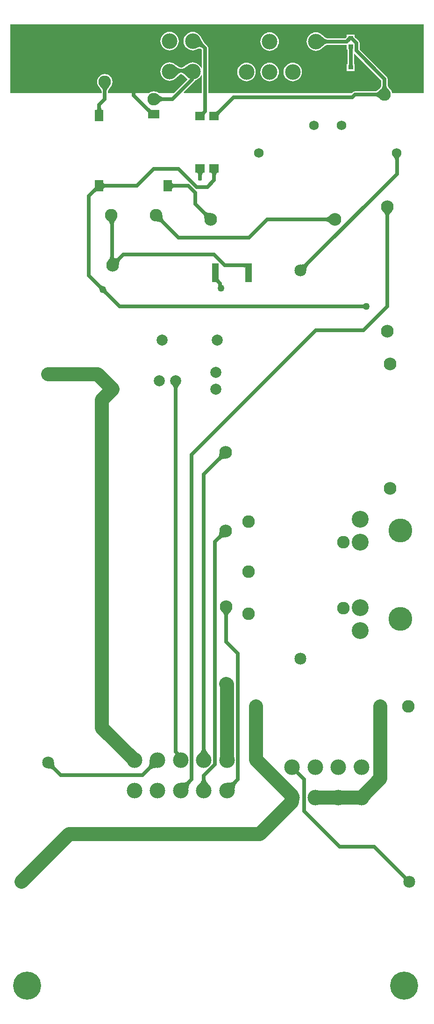
<source format=gtl>
G04*
G04 #@! TF.GenerationSoftware,Altium Limited,Altium Designer,22.3.1 (43)*
G04*
G04 Layer_Physical_Order=1*
G04 Layer_Color=255*
%FSLAX24Y24*%
%MOIN*%
G70*
G04*
G04 #@! TF.SameCoordinates,61A4D5B3-3B2A-409B-9F35-3F3BF520A47B*
G04*
G04*
G04 #@! TF.FilePolarity,Positive*
G04*
G01*
G75*
%ADD17R,0.0701X0.0598*%
%ADD18R,0.0354X0.0276*%
%ADD19R,0.0492X0.1319*%
%ADD20R,0.0800X0.0600*%
%ADD21R,0.0600X0.0800*%
%ADD38C,0.1000*%
%ADD39C,0.0250*%
%ADD40C,0.0850*%
%ADD41C,0.0906*%
%ADD42C,0.1110*%
%ADD43C,0.0691*%
%ADD44C,0.1200*%
%ADD45C,0.0787*%
%ADD46C,0.2000*%
%ADD47C,0.0500*%
%ADD48C,0.0900*%
%ADD49C,0.1700*%
%ADD50C,0.0310*%
G36*
X29021Y82177D02*
X29015Y82179D01*
X29007Y82176D01*
X28994Y82169D01*
X28978Y82157D01*
X28959Y82141D01*
X28879Y82069D01*
X28808Y81999D01*
X28632Y82176D01*
X28668Y82213D01*
X28801Y82362D01*
X28808Y82375D01*
X28811Y82383D01*
X28809Y82389D01*
X29021Y82177D01*
D02*
G37*
G36*
X26948Y82408D02*
X27048Y82324D01*
X27097Y82290D01*
X27145Y82261D01*
X27192Y82237D01*
X27239Y82219D01*
X27285Y82206D01*
X27330Y82198D01*
X27374Y82195D01*
Y81945D01*
X27330Y81942D01*
X27285Y81934D01*
X27239Y81921D01*
X27192Y81903D01*
X27145Y81879D01*
X27097Y81850D01*
X27048Y81816D01*
X26998Y81776D01*
X26948Y81732D01*
X26896Y81681D01*
Y82458D01*
X26948Y82408D01*
D02*
G37*
G36*
X18247Y82271D02*
X18430Y81950D01*
X18456Y81915D01*
X18503Y81860D01*
X18426Y81583D01*
X18390Y81616D01*
X18351Y81642D01*
X18311Y81661D01*
X18269Y81674D01*
X18226Y81680D01*
X18180Y81680D01*
X18133Y81674D01*
X18084Y81661D01*
X18034Y81641D01*
X17982Y81615D01*
X18212Y82342D01*
X18247Y82271D01*
D02*
G37*
G36*
X29151Y81583D02*
X29142Y81576D01*
X29134Y81563D01*
X29128Y81546D01*
X29122Y81523D01*
X29117Y81496D01*
X29114Y81463D01*
X29110Y81383D01*
X29109Y81336D01*
X28859D01*
X28859Y81383D01*
X28851Y81496D01*
X28847Y81523D01*
X28841Y81546D01*
X28834Y81563D01*
X28827Y81576D01*
X28818Y81583D01*
X28808Y81586D01*
X29160D01*
X29151Y81583D01*
D02*
G37*
G36*
X29110Y80552D02*
X29117Y80439D01*
X29122Y80412D01*
X29128Y80389D01*
X29134Y80372D01*
X29142Y80359D01*
X29151Y80352D01*
X29160Y80349D01*
X28808D01*
X28818Y80352D01*
X28827Y80359D01*
X28834Y80372D01*
X28841Y80389D01*
X28847Y80412D01*
X28851Y80439D01*
X28855Y80472D01*
X28859Y80552D01*
X28859Y80599D01*
X29109D01*
X29110Y80552D01*
D02*
G37*
G36*
X17281Y79580D02*
X17237Y79633D01*
X17192Y79680D01*
X17147Y79721D01*
X17101Y79757D01*
X17056Y79788D01*
X17011Y79813D01*
X16966Y79832D01*
X16920Y79846D01*
X16888Y79852D01*
X16855Y79846D01*
X16809Y79832D01*
X16764Y79813D01*
X16719Y79788D01*
X16674Y79757D01*
X16628Y79721D01*
X16583Y79680D01*
X16538Y79633D01*
X16494Y79580D01*
X16421Y80354D01*
X16478Y80307D01*
X16588Y80228D01*
X16641Y80196D01*
X16692Y80169D01*
X16741Y80147D01*
X16789Y80129D01*
X16835Y80117D01*
X16879Y80110D01*
X16888Y80109D01*
X16896Y80110D01*
X16940Y80117D01*
X16986Y80129D01*
X17034Y80147D01*
X17083Y80169D01*
X17134Y80196D01*
X17187Y80228D01*
X17297Y80307D01*
X17354Y80354D01*
X17281Y79580D01*
D02*
G37*
G36*
X31527Y78963D02*
X31533Y78925D01*
X31542Y78886D01*
X31555Y78848D01*
X31572Y78810D01*
X31593Y78772D01*
X31618Y78734D01*
X31647Y78696D01*
X31679Y78659D01*
X31715Y78621D01*
X31085D01*
X31121Y78659D01*
X31153Y78696D01*
X31182Y78734D01*
X31207Y78772D01*
X31228Y78810D01*
X31245Y78848D01*
X31258Y78886D01*
X31267Y78925D01*
X31273Y78963D01*
X31275Y79002D01*
X31525D01*
X31527Y78963D01*
D02*
G37*
G36*
X11722Y78841D02*
X11689Y78804D01*
X11661Y78766D01*
X11636Y78728D01*
X11615Y78690D01*
X11598Y78652D01*
X11585Y78614D01*
X11575Y78575D01*
X11570Y78537D01*
X11568Y78498D01*
X11318D01*
X11316Y78537D01*
X11310Y78575D01*
X11301Y78614D01*
X11287Y78652D01*
X11270Y78690D01*
X11249Y78728D01*
X11225Y78766D01*
X11196Y78804D01*
X11164Y78841D01*
X11128Y78879D01*
X11758D01*
X11722Y78841D01*
D02*
G37*
G36*
X34200Y78400D02*
X31942D01*
X31936Y78444D01*
X31880Y78577D01*
X31792Y78692D01*
X31777Y78704D01*
X31754Y78727D01*
X31726Y78760D01*
X31702Y78793D01*
X31681Y78824D01*
X31664Y78855D01*
X31650Y78886D01*
X31640Y78915D01*
X31633Y78944D01*
X31629Y78967D01*
Y79400D01*
X31612Y79488D01*
X31562Y79562D01*
X29616Y81509D01*
Y81953D01*
X29598Y82041D01*
X29549Y82115D01*
X29379Y82285D01*
X29369Y82292D01*
X29261Y82399D01*
Y82551D01*
X28707D01*
Y82410D01*
X28619Y82312D01*
X28607Y82299D01*
X27339D01*
X27308Y82305D01*
X27272Y82315D01*
X27234Y82330D01*
X27194Y82350D01*
X27152Y82375D01*
X27110Y82405D01*
X27016Y82484D01*
X26973Y82526D01*
X26965Y82535D01*
X26866Y82617D01*
X26752Y82678D01*
X26628Y82716D01*
X26500Y82728D01*
X26372Y82716D01*
X26248Y82678D01*
X26134Y82617D01*
X26035Y82535D01*
X25953Y82436D01*
X25892Y82322D01*
X25854Y82198D01*
X25842Y82070D01*
X25854Y81942D01*
X25892Y81818D01*
X25953Y81704D01*
X26035Y81605D01*
X26134Y81523D01*
X26248Y81462D01*
X26372Y81424D01*
X26500Y81412D01*
X26628Y81424D01*
X26752Y81462D01*
X26866Y81523D01*
X26965Y81605D01*
X26973Y81614D01*
X27017Y81657D01*
X27064Y81698D01*
X27109Y81734D01*
X27152Y81765D01*
X27194Y81790D01*
X27234Y81810D01*
X27272Y81825D01*
X27308Y81835D01*
X27339Y81841D01*
X28702D01*
X28707Y81837D01*
Y81589D01*
X28706Y81586D01*
X28707Y81582D01*
Y81484D01*
X28750D01*
X28750Y81484D01*
X28755Y81408D01*
Y80516D01*
X28753Y80480D01*
X28750Y80453D01*
X28750Y80451D01*
X28707D01*
Y80353D01*
X28706Y80349D01*
X28707Y80346D01*
Y79975D01*
X29261D01*
Y80346D01*
X29262Y80349D01*
X29261Y80353D01*
Y80451D01*
X29219D01*
X29219Y80451D01*
X29214Y80527D01*
Y81191D01*
X29264Y81212D01*
X31171Y79305D01*
Y78967D01*
X31167Y78944D01*
X31160Y78915D01*
X31150Y78886D01*
X31136Y78855D01*
X31119Y78824D01*
X31098Y78793D01*
X31074Y78760D01*
X31046Y78727D01*
X31023Y78704D01*
X31008Y78692D01*
X30996Y78677D01*
X30973Y78654D01*
X30940Y78626D01*
X30907Y78602D01*
X30876Y78581D01*
X30845Y78564D01*
X30814Y78550D01*
X30785Y78540D01*
X30756Y78533D01*
X30733Y78529D01*
X29300D01*
X29212Y78512D01*
X29138Y78462D01*
X29076Y78400D01*
X18834D01*
Y81581D01*
X18817Y81669D01*
X18767Y81743D01*
X18556Y81954D01*
X18536Y81978D01*
X18516Y82006D01*
X18337Y82318D01*
X18303Y82387D01*
X18303Y82388D01*
X18302Y82389D01*
X18297Y82396D01*
X18260Y82466D01*
X18178Y82565D01*
X18078Y82647D01*
X17964Y82708D01*
X17841Y82746D01*
X17713Y82758D01*
X17584Y82746D01*
X17461Y82708D01*
X17347Y82647D01*
X17247Y82565D01*
X17165Y82466D01*
X17104Y82352D01*
X17067Y82228D01*
X17054Y82100D01*
X17067Y81972D01*
X17104Y81848D01*
X17165Y81734D01*
X17247Y81635D01*
X17347Y81553D01*
X17461Y81492D01*
X17584Y81454D01*
X17713Y81442D01*
X17841Y81454D01*
X17964Y81492D01*
X18019Y81521D01*
X18027Y81523D01*
X18075Y81548D01*
X18116Y81564D01*
X18154Y81574D01*
X18188Y81578D01*
X18218Y81578D01*
X18247Y81574D01*
X18274Y81566D01*
X18300Y81553D01*
X18327Y81535D01*
X18376Y81486D01*
Y80173D01*
X18326Y80165D01*
X18321Y80182D01*
X18260Y80296D01*
X18178Y80395D01*
X18078Y80477D01*
X17964Y80538D01*
X17841Y80576D01*
X17713Y80588D01*
X17584Y80576D01*
X17461Y80538D01*
X17347Y80477D01*
X17298Y80437D01*
X17290Y80433D01*
X17235Y80388D01*
X17130Y80313D01*
X17083Y80285D01*
X17038Y80260D01*
X16995Y80241D01*
X16955Y80227D01*
X16919Y80217D01*
X16888Y80211D01*
X16856Y80217D01*
X16820Y80227D01*
X16780Y80241D01*
X16737Y80260D01*
X16692Y80285D01*
X16645Y80313D01*
X16540Y80388D01*
X16485Y80433D01*
X16477Y80437D01*
X16428Y80477D01*
X16314Y80538D01*
X16191Y80576D01*
X16063Y80588D01*
X15934Y80576D01*
X15811Y80538D01*
X15697Y80477D01*
X15597Y80395D01*
X15515Y80296D01*
X15454Y80182D01*
X15417Y80058D01*
X15404Y79930D01*
X15417Y79802D01*
X15454Y79678D01*
X15515Y79564D01*
X15597Y79465D01*
X15697Y79383D01*
X15811Y79322D01*
X15934Y79284D01*
X16063Y79272D01*
X16191Y79284D01*
X16314Y79322D01*
X16428Y79383D01*
X16528Y79465D01*
X16564Y79509D01*
X16571Y79514D01*
X16614Y79565D01*
X16655Y79607D01*
X16695Y79644D01*
X16734Y79675D01*
X16772Y79701D01*
X16809Y79721D01*
X16844Y79736D01*
X16879Y79747D01*
X16888Y79748D01*
X16896Y79747D01*
X16931Y79736D01*
X16966Y79721D01*
X17003Y79701D01*
X17041Y79675D01*
X17080Y79644D01*
X17120Y79607D01*
X17161Y79565D01*
X17204Y79514D01*
X17211Y79509D01*
X17247Y79465D01*
X17314Y79409D01*
X17319Y79343D01*
X16376Y78400D01*
X15292D01*
X15220Y78455D01*
X15086Y78511D01*
X14943Y78530D01*
X14799Y78511D01*
X14665Y78455D01*
X14593Y78400D01*
X11672D01*
Y78533D01*
X11675Y78556D01*
X11683Y78585D01*
X11693Y78614D01*
X11706Y78645D01*
X11723Y78676D01*
X11744Y78707D01*
X11769Y78740D01*
X11797Y78773D01*
X11819Y78796D01*
X11835Y78808D01*
X11923Y78923D01*
X11978Y79056D01*
X11997Y79200D01*
X11978Y79344D01*
X11923Y79477D01*
X11835Y79592D01*
X11720Y79680D01*
X11586Y79736D01*
X11443Y79755D01*
X11299Y79736D01*
X11165Y79680D01*
X11050Y79592D01*
X10962Y79477D01*
X10907Y79344D01*
X10888Y79200D01*
X10907Y79056D01*
X10962Y78923D01*
X11050Y78808D01*
X11066Y78796D01*
X11088Y78773D01*
X11117Y78740D01*
X11141Y78707D01*
X11162Y78676D01*
X11179Y78645D01*
X11192Y78614D01*
X11203Y78585D01*
X11210Y78556D01*
X11213Y78533D01*
Y78400D01*
X4700D01*
Y83300D01*
X34200D01*
Y78400D01*
D02*
G37*
G36*
X18376Y79687D02*
Y78400D01*
X17090D01*
X17071Y78446D01*
X17823Y79198D01*
X17872Y79273D01*
X17877Y79295D01*
X17964Y79322D01*
X18078Y79383D01*
X18178Y79465D01*
X18260Y79564D01*
X18321Y79678D01*
X18326Y79695D01*
X18376Y79687D01*
D02*
G37*
G36*
X31079Y77985D02*
X31041Y78021D01*
X31004Y78053D01*
X30966Y78082D01*
X30928Y78107D01*
X30890Y78127D01*
X30852Y78145D01*
X30814Y78158D01*
X30775Y78167D01*
X30737Y78173D01*
X30698Y78175D01*
Y78425D01*
X30737Y78427D01*
X30775Y78433D01*
X30814Y78442D01*
X30852Y78455D01*
X30890Y78472D01*
X30928Y78493D01*
X30966Y78518D01*
X31004Y78547D01*
X31041Y78579D01*
X31079Y78615D01*
Y77985D01*
D02*
G37*
G36*
X15301Y78254D02*
X15339Y78222D01*
X15376Y78193D01*
X15414Y78168D01*
X15452Y78148D01*
X15490Y78130D01*
X15529Y78117D01*
X15567Y78108D01*
X15606Y78102D01*
X15645Y78100D01*
Y77850D01*
X15606Y77848D01*
X15567Y77842D01*
X15529Y77833D01*
X15490Y77820D01*
X15452Y77803D01*
X15414Y77782D01*
X15376Y77757D01*
X15339Y77728D01*
X15301Y77696D01*
X15264Y77660D01*
Y78290D01*
X15301Y78254D01*
D02*
G37*
G36*
X11169Y77401D02*
X11173Y77358D01*
X11179Y77321D01*
X11188Y77288D01*
X11199Y77260D01*
X11213Y77238D01*
X11229Y77220D01*
X11248Y77208D01*
X11269Y77200D01*
X11293Y77198D01*
X10793D01*
X10816Y77200D01*
X10838Y77208D01*
X10856Y77220D01*
X10873Y77238D01*
X10886Y77260D01*
X10898Y77288D01*
X10906Y77321D01*
X10913Y77358D01*
X10916Y77401D01*
X10918Y77449D01*
X11168D01*
X11169Y77401D01*
D02*
G37*
G36*
X19769Y77072D02*
X19719Y77021D01*
X19641Y76929D01*
X19613Y76888D01*
X19592Y76851D01*
X19578Y76817D01*
X19571Y76787D01*
Y76761D01*
X19578Y76738D01*
X19592Y76718D01*
X19238Y77072D01*
X19258Y77058D01*
X19281Y77051D01*
X19307D01*
X19337Y77058D01*
X19371Y77072D01*
X19408Y77093D01*
X19449Y77122D01*
X19493Y77157D01*
X19592Y77249D01*
X19769Y77072D01*
D02*
G37*
G36*
X14595Y77326D02*
X14687Y77248D01*
X14728Y77220D01*
X14765Y77199D01*
X14798Y77185D01*
X14828Y77178D01*
X14855D01*
X14878Y77185D01*
X14897Y77199D01*
X14544Y76845D01*
X14558Y76865D01*
X14565Y76888D01*
Y76914D01*
X14558Y76944D01*
X14544Y76978D01*
X14523Y77015D01*
X14494Y77056D01*
X14459Y77100D01*
X14367Y77199D01*
X14544Y77376D01*
X14595Y77326D01*
D02*
G37*
G36*
X32493Y73877D02*
X32475Y73851D01*
X32458Y73824D01*
X32444Y73797D01*
X32432Y73768D01*
X32422Y73739D01*
X32414Y73709D01*
X32409Y73677D01*
X32406Y73645D01*
X32405Y73613D01*
X32155Y73594D01*
X32153Y73627D01*
X32150Y73659D01*
X32144Y73690D01*
X32135Y73719D01*
X32124Y73747D01*
X32110Y73774D01*
X32094Y73800D01*
X32076Y73824D01*
X32055Y73847D01*
X32031Y73869D01*
X32514Y73902D01*
X32493Y73877D01*
D02*
G37*
G36*
X19469Y72727D02*
X19448Y72719D01*
X19429Y72707D01*
X19413Y72689D01*
X19399Y72666D01*
X19388Y72639D01*
X19379Y72606D01*
X19373Y72568D01*
X19369Y72526D01*
X19368Y72478D01*
X19118D01*
X19116Y72526D01*
X19113Y72568D01*
X19106Y72606D01*
X19098Y72639D01*
X19086Y72666D01*
X19073Y72689D01*
X19056Y72707D01*
X19038Y72719D01*
X19016Y72727D01*
X18993Y72729D01*
X19493D01*
X19469Y72727D01*
D02*
G37*
G36*
X18469Y72719D02*
X18448Y72711D01*
X18429Y72699D01*
X18413Y72681D01*
X18399Y72659D01*
X18388Y72631D01*
X18379Y72598D01*
X18373Y72561D01*
X18369Y72518D01*
X18368Y72470D01*
X18118D01*
X18116Y72518D01*
X18113Y72561D01*
X18106Y72598D01*
X18098Y72631D01*
X18086Y72659D01*
X18073Y72681D01*
X18056Y72699D01*
X18038Y72711D01*
X18016Y72719D01*
X17993Y72721D01*
X18493D01*
X18469Y72719D01*
D02*
G37*
G36*
X16243Y72026D02*
X16250Y72005D01*
X16263Y71986D01*
X16280Y71970D01*
X16303Y71956D01*
X16331Y71945D01*
X16363Y71936D01*
X16401Y71930D01*
X16444Y71926D01*
X16491Y71925D01*
Y71675D01*
X16444Y71674D01*
X16401Y71670D01*
X16363Y71664D01*
X16331Y71655D01*
X16303Y71644D01*
X16280Y71630D01*
X16263Y71614D01*
X16250Y71595D01*
X16243Y71574D01*
X16240Y71550D01*
Y72050D01*
X16243Y72026D01*
D02*
G37*
G36*
X11343D02*
X11350Y72005D01*
X11363Y71986D01*
X11380Y71970D01*
X11403Y71956D01*
X11431Y71945D01*
X11463Y71936D01*
X11501Y71930D01*
X11544Y71926D01*
X11591Y71925D01*
Y71675D01*
X11544Y71674D01*
X11501Y71670D01*
X11463Y71664D01*
X11431Y71655D01*
X11403Y71644D01*
X11380Y71630D01*
X11363Y71614D01*
X11350Y71595D01*
X11343Y71574D01*
X11340Y71550D01*
Y72050D01*
X11343Y72026D01*
D02*
G37*
G36*
X10997Y71402D02*
X10983Y71421D01*
X10963Y71431D01*
X10939Y71434D01*
X10911Y71428D01*
X10878Y71414D01*
X10840Y71392D01*
X10798Y71363D01*
X10751Y71325D01*
X10644Y71224D01*
X10567Y71501D01*
X10612Y71548D01*
X10684Y71634D01*
X10711Y71673D01*
X10732Y71710D01*
X10747Y71744D01*
X10755Y71776D01*
X10758Y71805D01*
X10755Y71831D01*
X10745Y71855D01*
X10997Y71402D01*
D02*
G37*
G36*
X31880Y69939D02*
X31848Y69901D01*
X31819Y69863D01*
X31794Y69825D01*
X31773Y69787D01*
X31756Y69748D01*
X31742Y69710D01*
X31733Y69671D01*
X31727Y69632D01*
X31725Y69593D01*
X31475D01*
X31473Y69632D01*
X31467Y69671D01*
X31458Y69710D01*
X31444Y69748D01*
X31427Y69787D01*
X31406Y69825D01*
X31381Y69863D01*
X31352Y69901D01*
X31320Y69939D01*
X31283Y69977D01*
X31917D01*
X31880Y69939D01*
D02*
G37*
G36*
X18618Y69962D02*
X18649Y69939D01*
X18683Y69918D01*
X18720Y69900D01*
X18759Y69885D01*
X18801Y69873D01*
X18846Y69864D01*
X18893Y69857D01*
X18943Y69854D01*
X18995Y69853D01*
X18547Y69405D01*
X18546Y69457D01*
X18543Y69507D01*
X18536Y69554D01*
X18527Y69599D01*
X18515Y69641D01*
X18500Y69680D01*
X18482Y69717D01*
X18461Y69751D01*
X18438Y69782D01*
X18412Y69811D01*
X18589Y69988D01*
X18618Y69962D01*
D02*
G37*
G36*
X15551Y69644D02*
X15555Y69594D01*
X15561Y69547D01*
X15570Y69503D01*
X15582Y69462D01*
X15597Y69422D01*
X15615Y69386D01*
X15636Y69352D01*
X15659Y69321D01*
X15685Y69292D01*
X15508Y69115D01*
X15479Y69141D01*
X15448Y69164D01*
X15414Y69185D01*
X15378Y69203D01*
X15338Y69218D01*
X15297Y69230D01*
X15253Y69239D01*
X15206Y69245D01*
X15156Y69249D01*
X15105Y69250D01*
X15550Y69696D01*
X15551Y69644D01*
D02*
G37*
G36*
X27535Y69083D02*
X27497Y69120D01*
X27459Y69152D01*
X27421Y69181D01*
X27383Y69206D01*
X27345Y69227D01*
X27307Y69244D01*
X27268Y69258D01*
X27229Y69267D01*
X27190Y69273D01*
X27151Y69275D01*
Y69525D01*
X27190Y69527D01*
X27229Y69533D01*
X27268Y69542D01*
X27307Y69556D01*
X27345Y69573D01*
X27383Y69594D01*
X27421Y69619D01*
X27459Y69648D01*
X27497Y69680D01*
X27535Y69717D01*
Y69083D01*
D02*
G37*
G36*
X12216Y69373D02*
X12160Y69290D01*
X12138Y69249D01*
X12118Y69209D01*
X12103Y69169D01*
X12091Y69130D01*
X12082Y69091D01*
X12077Y69053D01*
X12075Y69015D01*
X11825Y68986D01*
X11823Y69026D01*
X11817Y69065D01*
X11807Y69103D01*
X11793Y69140D01*
X11774Y69177D01*
X11752Y69212D01*
X11726Y69247D01*
X11695Y69281D01*
X11661Y69314D01*
X11623Y69346D01*
X12249Y69416D01*
X12216Y69373D01*
D02*
G37*
G36*
X12077Y66819D02*
X12083Y66780D01*
X12093Y66742D01*
X12108Y66705D01*
X12126Y66668D01*
X12149Y66632D01*
X12167Y66608D01*
X12199Y66614D01*
X12241Y66626D01*
X12280Y66641D01*
X12317Y66659D01*
X12351Y66680D01*
X12382Y66703D01*
X12411Y66729D01*
X12588Y66553D01*
X12562Y66524D01*
X12539Y66492D01*
X12518Y66458D01*
X12500Y66421D01*
X12485Y66382D01*
X12473Y66340D01*
X12464Y66295D01*
X12457Y66248D01*
X12454Y66198D01*
X12453Y66146D01*
X12119Y66480D01*
X11649Y66428D01*
X11683Y66470D01*
X11739Y66554D01*
X11762Y66595D01*
X11781Y66636D01*
X11797Y66676D01*
X11809Y66715D01*
X11818Y66754D01*
X11823Y66793D01*
X11825Y66830D01*
X12075Y66859D01*
X12077Y66819D01*
D02*
G37*
G36*
X21436Y66258D02*
X21437Y65884D01*
X21435Y65908D01*
X21427Y65929D01*
X21415Y65948D01*
X21397Y65964D01*
X21374Y65978D01*
X21347Y65989D01*
X21314Y65998D01*
X21277Y66004D01*
X21234Y66008D01*
X21186Y66009D01*
Y66259D01*
X21436Y66258D01*
D02*
G37*
G36*
X25956Y66129D02*
X25931Y66101D01*
X25908Y66071D01*
X25888Y66039D01*
X25871Y66005D01*
X25857Y65969D01*
X25845Y65930D01*
X25836Y65889D01*
X25829Y65847D01*
X25826Y65801D01*
X25825Y65754D01*
X25404Y66175D01*
X25451Y66176D01*
X25497Y66179D01*
X25539Y66186D01*
X25580Y66195D01*
X25619Y66207D01*
X25655Y66221D01*
X25689Y66238D01*
X25721Y66258D01*
X25751Y66281D01*
X25779Y66306D01*
X25956Y66129D01*
D02*
G37*
G36*
X19561Y65159D02*
X19563Y65149D01*
X19570Y65135D01*
X19581Y65118D01*
X19596Y65098D01*
X19641Y65046D01*
X19741Y64942D01*
X19564Y64765D01*
X19525Y64803D01*
X19387Y64925D01*
X19370Y64936D01*
X19357Y64942D01*
X19347Y64944D01*
X19340Y64942D01*
X19564Y65165D01*
X19561Y65159D01*
D02*
G37*
G36*
X11149Y64738D02*
X11186Y64706D01*
X11203Y64693D01*
X11220Y64683D01*
X11237Y64674D01*
X11253Y64667D01*
X11268Y64662D01*
X11283Y64659D01*
X11298Y64659D01*
X11050Y64411D01*
X11049Y64425D01*
X11046Y64440D01*
X11042Y64456D01*
X11035Y64472D01*
X11026Y64488D01*
X11015Y64505D01*
X11003Y64523D01*
X10988Y64541D01*
X10952Y64579D01*
X11129Y64756D01*
X11149Y64738D01*
D02*
G37*
G36*
X11550Y64386D02*
X11553Y64371D01*
X11557Y64355D01*
X11564Y64339D01*
X11573Y64322D01*
X11583Y64305D01*
X11596Y64288D01*
X11610Y64269D01*
X11646Y64231D01*
X11464Y64059D01*
X11445Y64078D01*
X11408Y64110D01*
X11390Y64122D01*
X11373Y64133D01*
X11356Y64142D01*
X11341Y64149D01*
X11325Y64154D01*
X11311Y64157D01*
X11296Y64159D01*
X11550Y64400D01*
X11550Y64386D01*
D02*
G37*
G36*
X29921Y63025D02*
X29911Y63035D01*
X29898Y63043D01*
X29884Y63050D01*
X29868Y63057D01*
X29850Y63063D01*
X29830Y63067D01*
X29809Y63071D01*
X29785Y63073D01*
X29733Y63075D01*
Y63325D01*
X29760Y63326D01*
X29809Y63330D01*
X29830Y63333D01*
X29850Y63337D01*
X29868Y63343D01*
X29884Y63349D01*
X29898Y63357D01*
X29911Y63366D01*
X29921Y63375D01*
Y63025D01*
D02*
G37*
G36*
X16747Y57589D02*
X16721Y57558D01*
X16699Y57527D01*
X16679Y57495D01*
X16663Y57463D01*
X16649Y57430D01*
X16639Y57396D01*
X16631Y57361D01*
X16627Y57326D01*
X16625Y57290D01*
X16375D01*
X16373Y57326D01*
X16369Y57361D01*
X16361Y57396D01*
X16351Y57430D01*
X16337Y57463D01*
X16321Y57495D01*
X16301Y57527D01*
X16279Y57558D01*
X16253Y57589D01*
X16224Y57619D01*
X16776D01*
X16747Y57589D01*
D02*
G37*
G36*
X20064Y52347D02*
X20012Y52346D01*
X19962Y52343D01*
X19914Y52336D01*
X19870Y52327D01*
X19828Y52315D01*
X19789Y52300D01*
X19752Y52282D01*
X19718Y52261D01*
X19686Y52238D01*
X19657Y52212D01*
X19480Y52389D01*
X19507Y52418D01*
X19530Y52449D01*
X19551Y52483D01*
X19568Y52520D01*
X19583Y52559D01*
X19595Y52601D01*
X19605Y52646D01*
X19611Y52693D01*
X19615Y52743D01*
X19616Y52795D01*
X20064Y52347D01*
D02*
G37*
G36*
Y46747D02*
X20012Y46746D01*
X19962Y46743D01*
X19914Y46736D01*
X19870Y46727D01*
X19828Y46715D01*
X19789Y46700D01*
X19752Y46682D01*
X19718Y46661D01*
X19686Y46638D01*
X19657Y46612D01*
X19480Y46789D01*
X19507Y46818D01*
X19530Y46849D01*
X19551Y46883D01*
X19568Y46920D01*
X19583Y46959D01*
X19595Y47001D01*
X19605Y47046D01*
X19611Y47093D01*
X19615Y47143D01*
X19616Y47195D01*
X20064Y46747D01*
D02*
G37*
G36*
X20380Y41439D02*
X20348Y41401D01*
X20319Y41363D01*
X20294Y41325D01*
X20273Y41287D01*
X20256Y41248D01*
X20242Y41210D01*
X20233Y41171D01*
X20227Y41132D01*
X20225Y41093D01*
X19975D01*
X19973Y41132D01*
X19967Y41171D01*
X19958Y41210D01*
X19944Y41248D01*
X19927Y41287D01*
X19906Y41325D01*
X19881Y41363D01*
X19852Y41401D01*
X19820Y41439D01*
X19783Y41477D01*
X20417D01*
X20380Y41439D01*
D02*
G37*
G36*
X16614Y31516D02*
X16731Y31414D01*
X16735Y31413D01*
X16468Y31272D01*
X16470Y31276D01*
X16471Y31282D01*
X16470Y31288D01*
X16468Y31295D01*
X16463Y31304D01*
X16456Y31314D01*
X16448Y31325D01*
X16426Y31350D01*
X16412Y31364D01*
X16588Y31541D01*
X16614Y31516D01*
D02*
G37*
G36*
X18628Y31700D02*
X18636Y31655D01*
X18649Y31609D01*
X18667Y31562D01*
X18691Y31515D01*
X18720Y31467D01*
X18754Y31418D01*
X18794Y31368D01*
X18838Y31318D01*
X18888Y31266D01*
X18111D01*
X18162Y31318D01*
X18246Y31418D01*
X18280Y31467D01*
X18309Y31515D01*
X18333Y31562D01*
X18351Y31609D01*
X18364Y31655D01*
X18372Y31700D01*
X18375Y31744D01*
X18625D01*
X18628Y31700D01*
D02*
G37*
G36*
X15194Y30315D02*
X15123Y30314D01*
X14992Y30303D01*
X14934Y30293D01*
X14879Y30279D01*
X14829Y30262D01*
X14783Y30242D01*
X14741Y30219D01*
X14704Y30193D01*
X14671Y30164D01*
X14494Y30341D01*
X14523Y30374D01*
X14549Y30411D01*
X14572Y30453D01*
X14592Y30499D01*
X14609Y30549D01*
X14623Y30604D01*
X14633Y30662D01*
X14640Y30725D01*
X14644Y30793D01*
X14645Y30864D01*
X15194Y30315D01*
D02*
G37*
G36*
X7826Y30649D02*
X7829Y30603D01*
X7836Y30561D01*
X7845Y30520D01*
X7857Y30481D01*
X7871Y30445D01*
X7888Y30411D01*
X7908Y30379D01*
X7931Y30349D01*
X7956Y30321D01*
X7779Y30144D01*
X7751Y30169D01*
X7721Y30192D01*
X7689Y30212D01*
X7655Y30229D01*
X7619Y30243D01*
X7580Y30255D01*
X7539Y30264D01*
X7497Y30271D01*
X7451Y30274D01*
X7404Y30275D01*
X7825Y30696D01*
X7826Y30649D01*
D02*
G37*
G36*
X18628Y29530D02*
X18636Y29485D01*
X18649Y29439D01*
X18667Y29392D01*
X18691Y29345D01*
X18720Y29297D01*
X18754Y29248D01*
X18794Y29198D01*
X18838Y29148D01*
X18888Y29096D01*
X18111D01*
X18162Y29148D01*
X18246Y29248D01*
X18280Y29297D01*
X18309Y29345D01*
X18333Y29392D01*
X18351Y29439D01*
X18364Y29485D01*
X18372Y29530D01*
X18375Y29574D01*
X18625D01*
X18628Y29530D01*
D02*
G37*
G36*
X20856Y29229D02*
X20827Y29196D01*
X20801Y29159D01*
X20778Y29117D01*
X20758Y29071D01*
X20741Y29021D01*
X20727Y28966D01*
X20717Y28908D01*
X20710Y28845D01*
X20706Y28777D01*
X20705Y28706D01*
X20156Y29255D01*
X20227Y29256D01*
X20358Y29267D01*
X20416Y29277D01*
X20471Y29291D01*
X20521Y29308D01*
X20567Y29328D01*
X20609Y29351D01*
X20646Y29377D01*
X20679Y29406D01*
X20856Y29229D01*
D02*
G37*
G36*
X17556D02*
X17527Y29196D01*
X17501Y29159D01*
X17478Y29117D01*
X17458Y29071D01*
X17441Y29021D01*
X17427Y28966D01*
X17417Y28908D01*
X17410Y28845D01*
X17406Y28777D01*
X17405Y28706D01*
X16856Y29255D01*
X16927Y29256D01*
X17058Y29267D01*
X17116Y29277D01*
X17171Y29291D01*
X17221Y29308D01*
X17267Y29328D01*
X17309Y29351D01*
X17346Y29377D01*
X17379Y29406D01*
X17556Y29229D01*
D02*
G37*
%LPC*%
G36*
X16063Y82758D02*
X15934Y82746D01*
X15811Y82708D01*
X15697Y82647D01*
X15597Y82565D01*
X15515Y82466D01*
X15454Y82352D01*
X15417Y82228D01*
X15404Y82100D01*
X15417Y81972D01*
X15454Y81848D01*
X15515Y81734D01*
X15597Y81635D01*
X15697Y81553D01*
X15811Y81492D01*
X15934Y81454D01*
X16063Y81442D01*
X16191Y81454D01*
X16314Y81492D01*
X16428Y81553D01*
X16528Y81635D01*
X16610Y81734D01*
X16671Y81848D01*
X16708Y81972D01*
X16721Y82100D01*
X16708Y82228D01*
X16671Y82352D01*
X16610Y82466D01*
X16528Y82565D01*
X16428Y82647D01*
X16314Y82708D01*
X16191Y82746D01*
X16063Y82758D01*
D02*
G37*
G36*
X23200Y82728D02*
X23072Y82716D01*
X22948Y82678D01*
X22834Y82617D01*
X22735Y82535D01*
X22653Y82436D01*
X22592Y82322D01*
X22554Y82198D01*
X22542Y82070D01*
X22554Y81942D01*
X22592Y81818D01*
X22653Y81704D01*
X22735Y81605D01*
X22834Y81523D01*
X22948Y81462D01*
X23072Y81424D01*
X23200Y81412D01*
X23328Y81424D01*
X23452Y81462D01*
X23566Y81523D01*
X23665Y81605D01*
X23747Y81704D01*
X23808Y81818D01*
X23846Y81942D01*
X23858Y82070D01*
X23846Y82198D01*
X23808Y82322D01*
X23747Y82436D01*
X23665Y82535D01*
X23566Y82617D01*
X23452Y82678D01*
X23328Y82716D01*
X23200Y82728D01*
D02*
G37*
G36*
X24850Y80558D02*
X24722Y80546D01*
X24598Y80508D01*
X24484Y80447D01*
X24385Y80365D01*
X24303Y80266D01*
X24242Y80152D01*
X24204Y80028D01*
X24192Y79900D01*
X24204Y79772D01*
X24242Y79648D01*
X24303Y79534D01*
X24385Y79435D01*
X24484Y79353D01*
X24598Y79292D01*
X24722Y79254D01*
X24850Y79242D01*
X24978Y79254D01*
X25102Y79292D01*
X25216Y79353D01*
X25315Y79435D01*
X25397Y79534D01*
X25458Y79648D01*
X25496Y79772D01*
X25508Y79900D01*
X25496Y80028D01*
X25458Y80152D01*
X25397Y80266D01*
X25315Y80365D01*
X25216Y80447D01*
X25102Y80508D01*
X24978Y80546D01*
X24850Y80558D01*
D02*
G37*
G36*
X23200D02*
X23072Y80546D01*
X22948Y80508D01*
X22834Y80447D01*
X22735Y80365D01*
X22653Y80266D01*
X22592Y80152D01*
X22554Y80028D01*
X22542Y79900D01*
X22554Y79772D01*
X22592Y79648D01*
X22653Y79534D01*
X22735Y79435D01*
X22834Y79353D01*
X22948Y79292D01*
X23072Y79254D01*
X23200Y79242D01*
X23328Y79254D01*
X23452Y79292D01*
X23566Y79353D01*
X23665Y79435D01*
X23747Y79534D01*
X23808Y79648D01*
X23846Y79772D01*
X23858Y79900D01*
X23846Y80028D01*
X23808Y80152D01*
X23747Y80266D01*
X23665Y80365D01*
X23566Y80447D01*
X23452Y80508D01*
X23328Y80546D01*
X23200Y80558D01*
D02*
G37*
G36*
X21550D02*
X21422Y80546D01*
X21298Y80508D01*
X21184Y80447D01*
X21085Y80365D01*
X21003Y80266D01*
X20942Y80152D01*
X20904Y80028D01*
X20892Y79900D01*
X20904Y79772D01*
X20942Y79648D01*
X21003Y79534D01*
X21085Y79435D01*
X21184Y79353D01*
X21298Y79292D01*
X21422Y79254D01*
X21550Y79242D01*
X21678Y79254D01*
X21802Y79292D01*
X21916Y79353D01*
X22015Y79435D01*
X22097Y79534D01*
X22158Y79648D01*
X22196Y79772D01*
X22208Y79900D01*
X22196Y80028D01*
X22158Y80152D01*
X22097Y80266D01*
X22015Y80365D01*
X21916Y80447D01*
X21802Y80508D01*
X21678Y80546D01*
X21550Y80558D01*
D02*
G37*
%LPD*%
D17*
X19243Y76774D02*
D03*
X18243D02*
D03*
X19243Y73026D02*
D03*
X18243Y73018D02*
D03*
D18*
X28984Y82313D02*
D03*
Y81722D02*
D03*
X28984Y79622D02*
D03*
Y80213D02*
D03*
D19*
X19319Y65600D02*
D03*
X21681D02*
D03*
D20*
X14943Y76900D02*
D03*
D21*
X11043Y76800D02*
D03*
X15943Y71800D02*
D03*
X11043D02*
D03*
D38*
X22500Y25600D02*
X24779Y27879D01*
X5500Y22200D02*
X8900Y25600D01*
X22500D01*
X24779Y27879D02*
Y28159D01*
Y28201D02*
X24800Y28180D01*
X24779Y28201D02*
Y28343D01*
Y28159D02*
X24800Y28180D01*
X22242Y30880D02*
X24779Y28343D01*
X22242Y30880D02*
Y34700D01*
X31100Y29560D02*
Y34700D01*
X29750Y28180D02*
Y28210D01*
X31100Y29560D01*
X11242Y52800D02*
Y56525D01*
Y47200D02*
Y52800D01*
Y41800D02*
Y47200D01*
X7400Y58350D02*
X10933D01*
X12000Y57283D01*
X11242Y33178D02*
X13550Y30870D01*
X20100Y36300D02*
X20150Y36250D01*
Y30870D02*
Y36250D01*
X28100Y28180D02*
X29750D01*
X26450D02*
X28100D01*
X29700Y30380D02*
X29740Y30340D01*
X11242Y33178D02*
Y36300D01*
Y41800D01*
Y56525D02*
X12000Y57283D01*
D39*
X28200Y24700D02*
X30650D01*
X25670Y27230D02*
X28200Y24700D01*
X30650D02*
X33150Y22200D01*
X24800Y30350D02*
X25670Y29480D01*
Y27230D02*
Y29480D01*
X14130Y29800D02*
X15200Y30870D01*
X7400Y30700D02*
X8300Y29800D01*
X14130D01*
X26350Y82070D02*
X26442Y81978D01*
X28945Y82313D02*
X28984D01*
X28702Y82070D02*
X28945Y82313D01*
X26500Y82070D02*
X28702D01*
X16063Y79982D02*
X17600D01*
X17660Y79360D02*
Y80139D01*
X17825Y82361D02*
X18605Y81581D01*
X16850Y30870D02*
Y31103D01*
X16500Y31453D02*
X16850Y31103D01*
X16500Y31453D02*
Y57900D01*
X17630Y29480D02*
Y52630D01*
X16850Y28700D02*
X17630Y29480D01*
X19304Y30571D02*
Y46435D01*
X18500Y29767D02*
X19304Y30571D01*
X18500Y28700D02*
Y29767D01*
Y51231D02*
X20069Y52800D01*
X18500Y30870D02*
Y51231D01*
X19304Y46435D02*
X20069Y47200D01*
X20100Y39300D02*
X20930Y38470D01*
Y29480D02*
Y38470D01*
X20150Y28700D02*
X20930Y29480D01*
X32280Y72630D02*
Y74131D01*
X25400Y65750D02*
X32280Y72630D01*
X29900Y61500D02*
X31600Y63200D01*
Y70300D01*
X26500Y61500D02*
X29900D01*
X17630Y52630D02*
X26500Y61500D01*
X12500Y63200D02*
X30100D01*
X11300Y64400D02*
X12500Y63200D01*
X30100D02*
X30200D01*
X11300Y64400D02*
Y64409D01*
X23040Y69400D02*
X27858D01*
X21740Y68100D02*
X23040Y69400D01*
X16700Y68100D02*
X21740D01*
X15100Y69700D02*
X16700Y68100D01*
X16500Y57900D02*
X16575Y57825D01*
X10300Y71057D02*
X11043Y71800D01*
X10300Y65409D02*
Y71057D01*
Y65409D02*
X11300Y64409D01*
X11900Y69700D02*
X11950Y69650D01*
Y66191D02*
Y69650D01*
Y66191D02*
X12000Y66141D01*
X17906Y70494D02*
Y71300D01*
Y70494D02*
X19000Y69400D01*
X29300Y78300D02*
X31400D01*
X29100Y78100D02*
X29300Y78300D01*
X31400D02*
Y79400D01*
X29386Y81414D02*
X31400Y79400D01*
X20620Y78100D02*
X29100D01*
X19294Y76774D02*
X20620Y78100D01*
X29386Y81414D02*
Y81953D01*
X13500Y78243D02*
Y80017D01*
X11700Y81818D02*
X13500Y80017D01*
Y78243D02*
X14843Y76900D01*
X14943D01*
X18243Y76774D02*
X18294D01*
X18605Y77085D01*
Y81581D01*
X16275Y77975D02*
X17660Y79360D01*
Y80139D02*
X17713Y80191D01*
X28984Y80213D02*
X28984Y80213D01*
Y81722D01*
X29216Y82123D02*
X29386Y81953D01*
X29213Y82123D02*
X29216D01*
X29024Y82313D02*
X29213Y82123D01*
X28984Y82313D02*
X29024D01*
X19243Y76774D02*
X19294D01*
X14943Y77975D02*
X16275D01*
X11043Y77575D02*
X11443Y77975D01*
Y79200D01*
X11043Y76800D02*
Y77575D01*
X28234Y76184D02*
X28319Y76100D01*
X28984Y80213D02*
X28984Y80213D01*
X17406Y71800D02*
X17906Y71300D01*
X15943Y71800D02*
X17406D01*
X12759Y66900D02*
X19243D01*
X20008Y66134D01*
X21560D01*
X21681Y66013D01*
Y65600D02*
Y66013D01*
X19676Y64548D02*
X19723Y64500D01*
X19676Y64548D02*
Y64830D01*
X19319Y65187D02*
X19676Y64830D01*
X19319Y65187D02*
Y65600D01*
X18748Y71705D02*
X19243Y72200D01*
X16701Y73000D02*
X17996Y71705D01*
X14943Y73000D02*
X16701D01*
X17996Y71705D02*
X18748D01*
X13743Y71800D02*
X14943Y73000D01*
X12000Y66141D02*
X12759Y66900D01*
X20100Y39300D02*
Y41800D01*
X11043Y71800D02*
X13743D01*
X19243Y72200D02*
Y73026D01*
X18243Y72300D02*
Y73018D01*
D40*
X7400Y30700D02*
D03*
Y58350D02*
D03*
X5500Y22200D02*
D03*
X33150D02*
D03*
X25400Y65750D02*
D03*
Y38100D02*
D03*
D41*
X20100Y36300D02*
D03*
X11242D02*
D03*
X20100Y41800D02*
D03*
X11242D02*
D03*
X31600Y61442D02*
D03*
Y70300D02*
D03*
X31800Y59100D02*
D03*
Y50242D02*
D03*
X12000Y57283D02*
D03*
Y66141D02*
D03*
X22242Y34700D02*
D03*
X31100D02*
D03*
X11210Y47200D02*
D03*
X20069D02*
D03*
X11210Y52800D02*
D03*
X20069D02*
D03*
X19000Y69400D02*
D03*
X27858D02*
D03*
D42*
X13550Y28700D02*
D03*
Y30870D02*
D03*
X20150Y28700D02*
D03*
X18500D02*
D03*
X16850D02*
D03*
X15200D02*
D03*
Y30870D02*
D03*
X16850D02*
D03*
X18500D02*
D03*
X20150D02*
D03*
X16063Y82100D02*
D03*
X17713D02*
D03*
Y79930D02*
D03*
X16063D02*
D03*
X21550Y79900D02*
D03*
Y82070D02*
D03*
X23200Y79900D02*
D03*
X24850D02*
D03*
Y82070D02*
D03*
X23200D02*
D03*
X26500Y79900D02*
D03*
Y82070D02*
D03*
X29750Y30350D02*
D03*
Y28180D02*
D03*
X28100Y30350D02*
D03*
X26450D02*
D03*
Y28180D02*
D03*
X28100D02*
D03*
X24800Y30350D02*
D03*
Y28180D02*
D03*
D43*
X32256Y74131D02*
D03*
X22413D02*
D03*
X28319Y76100D02*
D03*
X26350D02*
D03*
D44*
X29655Y46400D02*
D03*
Y48030D02*
D03*
Y40100D02*
D03*
Y41730D02*
D03*
D45*
X16500Y57900D02*
D03*
X15319D02*
D03*
X19376Y57309D02*
D03*
Y58491D02*
D03*
X19468Y60800D02*
D03*
X15532D02*
D03*
D46*
X6000Y81810D02*
D03*
X32900D02*
D03*
X5900Y14800D02*
D03*
X32800D02*
D03*
D47*
X30100Y63200D02*
D03*
X11300Y64409D02*
D03*
X19723Y64500D02*
D03*
D48*
X28475Y41700D02*
D03*
X28475Y46400D02*
D03*
X15100Y69700D02*
D03*
X31400Y78300D02*
D03*
X14943Y77975D02*
D03*
X11443Y79200D02*
D03*
X21700Y41300D02*
D03*
Y44300D02*
D03*
X11900Y69700D02*
D03*
X33100Y34700D02*
D03*
X21700Y47855D02*
D03*
D49*
X32545Y47215D02*
D03*
Y40915D02*
D03*
D50*
X18243Y72300D02*
D03*
M02*

</source>
